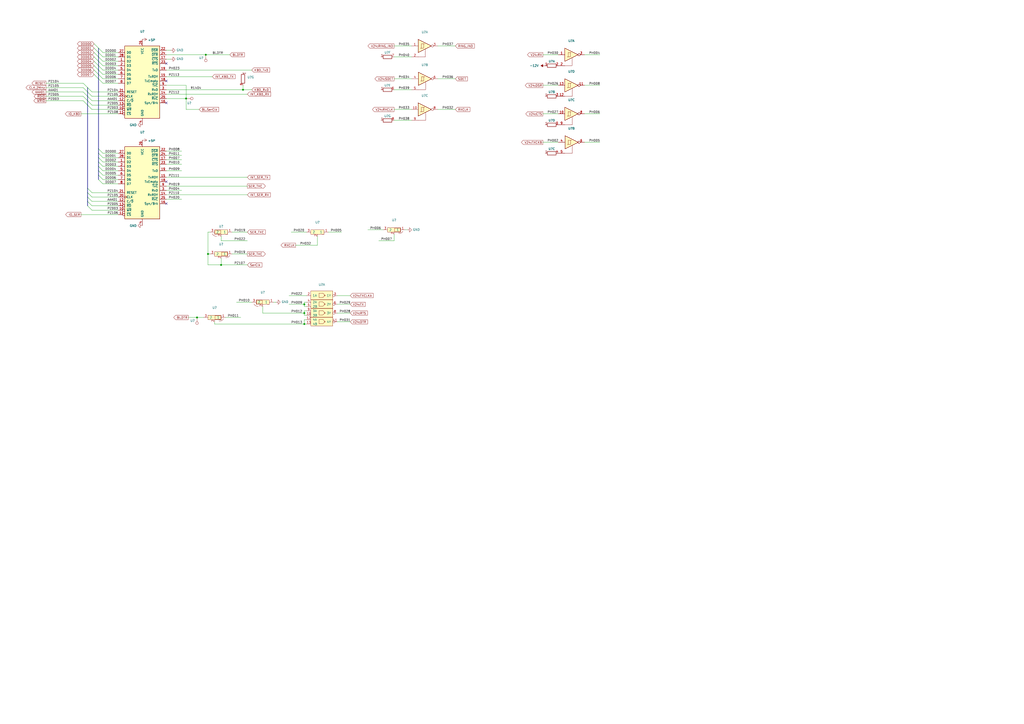
<source format=kicad_sch>
(kicad_sch (version 20220820) (generator eeschema)
  (paper "A2")
  (title_block (title "08 Serial"))
  (lib_symbols
    (symbol "Connector:TestPoint" (pin_numbers hide) (pin_names (offset 0.762) hide)
      (property "Reference" "TP" (at 0 6.858 0))
      (property "Value" "TestPoint" (at 0 5.08 0))
      (symbol "TestPoint_0_1"
        (circle (center 0 3.302) (radius 0.762))
      )
      (symbol "TestPoint_1_1"
        (pin passive line (at 0 0 90) (length 2.54) (name "1") (number "1"))
      )
    )
    (symbol "Device:R_Network07_Split" (pin_names (offset 0) hide)
      (property "Reference" "RN" (at 2.032 0 90))
      (property "Value" "R_Network07_Split" (at 0 0 90))
      (symbol "R_Network07_Split_0_1"
        (rectangle (start 1.016 2.54) (end -1.016 -2.54) (stroke (width 0.254)))
      )
      (symbol "R_Network07_Split_1_1"
        (pin passive line (at 0 3.81 270) (length 1.27) (name "R1.1") (number "1"))
        (pin passive line (at 0 -3.81 90) (length 1.27) (name "R1.2") (number "2"))
      )
      (symbol "R_Network07_Split_2_1"
        (polyline (pts (xy 0 2.54) (xy 0 3.81)))
        (text "1" (at 0.889 3.175 900) (effects (font (size 1.27 1.27))))
        (pin passive line (at 0 -3.81 90) (length 1.27) (name "R2.2") (number "3"))
      )
      (symbol "R_Network07_Split_3_1"
        (polyline (pts (xy 0 2.54) (xy 0 3.81)))
        (text "1" (at 0.889 3.175 900) (effects (font (size 1.27 1.27))))
        (pin passive line (at 0 -3.81 90) (length 1.27) (name "R3.2") (number "4"))
      )
      (symbol "R_Network07_Split_4_1"
        (polyline (pts (xy 0 2.54) (xy 0 3.81)))
        (text "1" (at 0.889 3.175 900) (effects (font (size 1.27 1.27))))
        (pin passive line (at 0 -3.81 90) (length 1.27) (name "R4.2") (number "5"))
      )
      (symbol "R_Network07_Split_5_1"
        (polyline (pts (xy 0 2.54) (xy 0 3.81)))
        (text "1" (at 0.889 3.175 900) (effects (font (size 1.27 1.27))))
        (pin passive line (at 0 -3.81 90) (length 1.27) (name "R5.2") (number "6"))
      )
      (symbol "R_Network07_Split_6_1"
        (polyline (pts (xy 0 2.54) (xy 0 3.81)))
        (text "1" (at 0.889 3.175 900) (effects (font (size 1.27 1.27))))
        (pin passive line (at 0 -3.81 90) (length 1.27) (name "R6.2") (number "7"))
      )
      (symbol "R_Network07_Split_7_1"
        (polyline (pts (xy 0 2.54) (xy 0 3.81)))
        (text "1" (at 0.889 3.175 900) (effects (font (size 1.27 1.27))))
        (pin passive line (at 0 -3.81 90) (length 1.27) (name "R7.2") (number "8"))
      )
    )
    (symbol "LOET.DE:75188" (pin_names (offset 1.016))
      (property "Reference" "U" (at -0.127 21.082 0))
      (property "Value" "LOET.DE_75188" (at -0.127 18.542 0))
      (symbol "75188_1_1"
        (rectangle (start -6.35 0.127) (end 6.35 -4.953) (fill (type background)))
        (rectangle (start -6.35 5.207) (end 6.35 0.127) (fill (type background)))
        (rectangle (start -6.35 10.287) (end 6.35 5.207) (fill (type background)))
        (rectangle (start -6.35 15.367) (end 6.35 10.287) (fill (type background)))
        (polyline (pts (xy 0.2032 -1.143) (xy -1.6256 -1.143) (xy -1.6256 -3.683) (xy 0.1778 -3.683)))
        (polyline (pts (xy 0.2032 3.937) (xy -1.6256 3.937) (xy -1.6256 1.397) (xy 0.1778 1.397)))
        (polyline (pts (xy 0.2032 9.017) (xy -1.6256 9.017) (xy -1.6256 6.477) (xy 0.1778 6.477)))
        (polyline (pts (xy 0.2032 14.097) (xy -1.6256 14.097) (xy -1.6256 11.557) (xy 0.1778 11.557)))
        (arc (start 0.1778 -3.683) (mid 1.4423 -2.413) (end 0.1778 -1.143))
        (arc (start 0.1778 1.397) (mid 1.4423 2.667) (end 0.1778 3.937))
        (arc (start 0.1778 6.477) (mid 1.4423 7.747) (end 0.1778 9.017))
        (arc (start 0.1778 11.557) (mid 1.4423 12.827) (end 0.1778 14.097))
        (circle (center 1.778 -2.4638) (radius 0.254) (stroke (width 0.1524)))
        (circle (center 1.778 2.6162) (radius 0.254) (stroke (width 0.1524)))
        (circle (center 1.778 7.6962) (radius 0.254) (stroke (width 0.1524)))
        (circle (center 1.778 12.7762) (radius 0.254) (stroke (width 0.1524)))
        (pin input line (at -8.89 1.27 0) (length 2.54) (name "3B") (number "10"))
        (pin output inverted (at 8.89 -2.54 180) (length 2.54) (name "4Y") (number "11"))
        (pin input line (at -8.89 -1.27 0) (length 2.54) (name "4A") (number "12"))
        (pin input line (at -8.89 -3.81 0) (length 2.54) (name "4B") (number "13"))
        (pin input line (at -8.89 12.7 0) (length 2.54) (name "1A") (number "2"))
        (pin output inverted (at 8.89 12.7 180) (length 2.54) (name "1Y") (number "3"))
        (pin input line (at -8.89 8.89 0) (length 2.54) (name "2A") (number "4"))
        (pin input line (at -8.89 6.35 0) (length 2.54) (name "2B") (number "5"))
        (pin output inverted (at 8.89 7.62 180) (length 2.54) (name "2Y") (number "6"))
        (pin output inverted (at 8.89 2.54 180) (length 2.54) (name "3Y") (number "8"))
        (pin input line (at -8.89 3.81 0) (length 2.54) (name "3A") (number "9"))
      )
      (symbol "75188_2_1"
        (rectangle (start -5.08 5.08) (end 5.08 -10.16) (stroke (width 0.254)) (fill (type background)))
        (pin power_in line (at 2.54 7.62 270) (length 2.54) (name "VCC-") (number "1"))
        (pin power_in line (at -2.54 7.62 270) (length 2.54) (name "VCC+") (number "14"))
        (pin power_in line (at 0 -12.7 90) (length 2.54) (name "GND") (number "7"))
      )
    )
    (symbol "LOET.DE:75189" (pin_names (offset 1.016))
      (property "Reference" "U" (at 7.493 3.302 0))
      (property "Value" "LOET.DE_75189" (at 1.397 0.762 0))
      (symbol "75189_1_1"
        (polyline (pts (xy 3.683 -6.35) (xy 8.001 -6.35) (xy 8.001 -1.651)))
        (polyline (pts (xy 5.715 -1.27) (xy 5.715 1.27) (xy 6.985 1.27)))
        (polyline (pts (xy 3.81 3.81) (xy 3.81 -3.81) (xy 11.43 0) (xy 3.81 3.81)) (stroke (width 0.254)) (fill (type background)))
        (polyline (pts (xy 5.08 -1.27) (xy 6.985 -1.27) (xy 6.985 1.27) (xy 7.62 1.27)))
        (pin input line (at 0 0 0) (length 3.81) (name "~") (number "1"))
        (pin input line (at 0 -6.35 0) (length 3.81) (name "~") (number "2"))
        (pin output inverted (at 15.24 0 180) (length 3.81) (name "~") (number "3"))
      )
      (symbol "75189_2_1"
        (polyline (pts (xy 3.81 -6.35) (xy 8.128 -6.35) (xy 8.128 -1.651)))
        (polyline (pts (xy 5.842 -1.27) (xy 5.842 1.27) (xy 7.112 1.27)))
        (polyline (pts (xy 3.937 3.81) (xy 3.937 -3.81) (xy 11.557 0) (xy 3.937 3.81)) (stroke (width 0.254)) (fill (type background)))
        (polyline (pts (xy 5.207 -1.27) (xy 7.112 -1.27) (xy 7.112 1.27) (xy 7.747 1.27)))
        (pin input line (at 0 0 0) (length 3.81) (name "~") (number "4"))
        (pin input line (at 0 -6.35 0) (length 3.81) (name "~") (number "5"))
        (pin output inverted (at 15.24 0 180) (length 3.81) (name "~") (number "6"))
      )
      (symbol "75189_3_1"
        (polyline (pts (xy 3.81 -6.35) (xy 8.128 -6.35) (xy 8.128 -1.651)))
        (polyline (pts (xy 5.715 -1.27) (xy 5.715 1.27) (xy 6.985 1.27)))
        (polyline (pts (xy 3.81 3.81) (xy 3.81 -3.81) (xy 11.43 0) (xy 3.81 3.81)) (stroke (width 0.254)) (fill (type background)))
        (polyline (pts (xy 5.08 -1.27) (xy 6.985 -1.27) (xy 6.985 1.27) (xy 7.62 1.27)))
        (pin input line (at 0 0 0) (length 3.81) (name "~") (number "10"))
        (pin output inverted (at 15.24 0 180) (length 3.81) (name "~") (number "8"))
        (pin input line (at 0 -6.35 0) (length 3.81) (name "~") (number "9"))
      )
      (symbol "75189_4_1"
        (polyline (pts (xy 3.81 -6.35) (xy 8.128 -6.35) (xy 8.128 -1.651)))
        (polyline (pts (xy 5.715 -1.27) (xy 5.715 1.27) (xy 6.985 1.27)))
        (polyline (pts (xy 3.81 3.81) (xy 3.81 -3.81) (xy 11.43 0) (xy 3.81 3.81)) (stroke (width 0.254)) (fill (type background)))
        (polyline (pts (xy 5.08 -1.27) (xy 6.985 -1.27) (xy 6.985 1.27) (xy 7.62 1.27)))
        (pin output inverted (at 15.24 0 180) (length 3.81) (name "~") (number "11"))
        (pin input line (at 0 -6.35 0) (length 3.81) (name "~") (number "12"))
        (pin input line (at 0 0 0) (length 3.81) (name "~") (number "13"))
      )
      (symbol "75189_5_1"
        (rectangle (start -5.08 -2.54) (end 5.08 -17.78) (stroke (width 0.254)) (fill (type background)))
        (pin power_in line (at 0 0 270) (length 2.54) (name "VCC") (number "14"))
        (pin power_in line (at 0 -20.32 90) (length 2.54) (name "GND") (number "7"))
      )
    )
    (symbol "LOET.DE:8251" (pin_names (offset 1.016))
      (property "Reference" "U" (at -8.89 22.86 0))
      (property "Value" "LOET.DE_8251" (at 6.35 22.86 0))
      (symbol "8251_1_1"
        (rectangle (start -10.16 -20.32) (end 10.16 21.59) (stroke (width 0.254)) (fill (type background)))
        (pin bidirectional line (at -13.97 12.7 0) (length 3.81) (name "D2") (number "1"))
        (pin input inverted (at -13.97 -15.24 0) (length 3.81) (name "~{WR}") (number "10"))
        (pin input inverted (at -13.97 -17.78 0) (length 3.81) (name "~{CS}") (number "11"))
        (pin input line (at -13.97 -10.16 0) (length 3.81) (name "C/~{D}") (number "12"))
        (pin input inverted (at -13.97 -12.7 0) (length 3.81) (name "~{RD}") (number "13"))
        (pin output line (at 13.97 -6.35 180) (length 3.81) (name "RxRDY") (number "14"))
        (pin output line (at 13.97 3.81 180) (length 3.81) (name "TxRDY") (number "15"))
        (pin bidirectional line (at 13.97 -11.43 180) (length 3.81) (name "Syn/Brk") (number "16"))
        (pin input line (at 13.97 13.97 180) (length 3.81) (name "~{CTS}") (number "17"))
        (pin output line (at 13.97 1.27 180) (length 3.81) (name "TxEmpty") (number "18"))
        (pin output line (at 13.97 7.62 180) (length 3.81) (name "TxD") (number "19"))
        (pin bidirectional line (at -13.97 10.16 0) (length 3.81) (name "D3") (number "2"))
        (pin input clock (at -13.97 -7.62 0) (length 3.81) (name "CLK") (number "20"))
        (pin input line (at -13.97 -5.08 0) (length 3.81) (name "RESET") (number "21"))
        (pin input line (at 13.97 19.05 180) (length 3.81) (name "~{DSR}") (number "22"))
        (pin output line (at 13.97 11.43 180) (length 3.81) (name "~{RTS}") (number "23"))
        (pin output line (at 13.97 16.51 180) (length 3.81) (name "~{DTR}") (number "24"))
        (pin input line (at 13.97 -8.89 180) (length 3.81) (name "~{RxC}") (number "25"))
        (pin power_in line (at 0 25.4 270) (length 3.81) (name "VCC") (number "26"))
        (pin bidirectional line (at -13.97 17.78 0) (length 3.81) (name "D0") (number "27"))
        (pin bidirectional line (at -13.97 15.24 0) (length 3.81) (name "D1") (number "28"))
        (pin input line (at 13.97 -3.81 180) (length 3.81) (name "RxD") (number "3"))
        (pin power_in line (at 0 -24.13 90) (length 3.81) (name "GND") (number "4"))
        (pin bidirectional line (at -13.97 7.62 0) (length 3.81) (name "D4") (number "5"))
        (pin bidirectional line (at -13.97 5.08 0) (length 3.81) (name "D5") (number "6"))
        (pin bidirectional line (at -13.97 2.54 0) (length 3.81) (name "D6") (number "7"))
        (pin bidirectional line (at -13.97 0 0) (length 3.81) (name "D7") (number "8"))
        (pin input line (at 13.97 -1.27 180) (length 3.81) (name "~{TxC}") (number "9"))
      )
    )
    (symbol "LOET.DE:M20-Jumper" (pin_names (offset 1.016))
      (property "Reference" "JP" (at 0 2.54 0))
      (symbol "M20-Jumper_0_1"
        (rectangle (start 3.81 -1.27) (end 2.54 -1.27))
        (rectangle (start 3.81 1.27) (end -3.81 -1.27) (fill (type background)))
      )
      (symbol "M20-Jumper_1_1"
        (pin passive line (at 6.35 0 180) (length 2.54) (name "1") (number "1"))
        (pin passive line (at 0 -2.54 90) (length 1.1938) (name "~") (number "2"))
        (pin passive line (at -6.35 0 0) (length 2.54) (name "2") (number "3"))
      )
    )
    (symbol "LOET.DE:M20-Jumper.1" (pin_names (offset 1.016))
      (property "Reference" "JP" (at 0 2.54 0))
      (symbol "M20-Jumper.1_0_1"
        (rectangle (start 0.254 1.016) (end 3.556 -1.016))
        (arc (start 2.54 -2.032) (mid 4.0399 -1.8568) (end 5.08 -0.762))
        (rectangle (start 3.81 -1.27) (end 2.54 -1.27))
        (rectangle (start 3.81 1.27) (end -3.81 -1.27) (fill (type background)))
      )
      (symbol "M20-Jumper.1_1_1"
        (pin bidirectional line (at 6.35 0 180) (length 2.54) (name "1") (number "1"))
        (pin bidirectional line (at 0 -2.54 90) (length 1.1938) (name "~") (number "2"))
        (pin bidirectional line (at -6.35 0 0) (length 2.54) (name "2") (number "3"))
      )
    )
    (symbol "LOET.DE:M20-Jumper.2" (pin_names (offset 1.016))
      (property "Reference" "JP" (at 0 2.54 0))
      (symbol "M20-Jumper.2_0_1"
        (arc (start -5.08 -1.016) (mid -4.0399 -2.1108) (end -2.54 -2.286))
        (rectangle (start -0.254 -1.016) (end -3.556 1.016))
        (rectangle (start 3.81 -1.27) (end 2.54 -1.27))
        (rectangle (start 3.81 1.27) (end -3.81 -1.27) (fill (type background)))
      )
      (symbol "M20-Jumper.2_1_1"
        (pin input line (at 6.35 0 180) (length 2.54) (name "1") (number "1"))
        (pin output line (at 0 -2.54 90) (length 1.1938) (name "~") (number "2"))
        (pin input line (at -6.35 0 0) (length 2.54) (name "2") (number "3"))
      )
    )
    (symbol "power:+5P" (power) (pin_names (offset 0))
      (property "Value" "+5P" (at 0 3.556 0))
      (symbol "+5P_0_1"
        (polyline (pts (xy -0.762 1.27) (xy 0 2.54)))
        (polyline (pts (xy 0 0) (xy 0 2.54)))
        (polyline (pts (xy 0 2.54) (xy 0.762 1.27)))
      )
      (symbol "+5P_1_1"
        (pin power_in line (at 0 0 90) (length 0) hide (name "+5P") (number "1"))
      )
    )
    (symbol "power:-12V" (power) (pin_names (offset 0))
      (property "Value" "-12V" (at 0 3.81 0))
      (symbol "-12V_0_0"
        (pin power_in line (at 0 0 90) (length 0) hide (name "-12V") (number "1"))
      )
      (symbol "-12V_0_1"
        (polyline (pts (xy 0 0) (xy 0 1.27) (xy 0.762 1.27) (xy 0 2.54) (xy -0.762 1.27) (xy 0 1.27)) (fill (type outline)))
      )
    )
    (symbol "power:GND" (power) (pin_names (offset 0))
      (property "Value" "GND" (at 0 -3.81 0))
      (symbol "GND_0_1"
        (polyline (pts (xy 0 0) (xy 0 -1.27) (xy 1.27 -1.27) (xy 0 -2.54) (xy -1.27 -1.27) (xy 0 -1.27)))
      )
      (symbol "GND_1_1"
        (pin power_in line (at 0 0 270) (length 0) hide (name "GND") (number "1"))
      )
    )
  )
  (junction (at 176.53 176.53))
  (junction (at 119.38 31.75))
  (junction (at 114.3 184.15))
  (junction (at 176.53 187.96))
  (junction (at 140.97 52.07))
  (junction (at 120.65 147.32))
  (junction (at 107.95 57.15))
  (junction (at 128.27 153.67))
  (junction (at 176.53 181.61))
  (no_connect (at 96.52 118.11))
  (no_connect (at 96.52 59.69))
  (no_connect (at 96.52 36.83))
  (no_connect (at 96.52 105.41))
  (no_connect (at 96.52 46.99))
  (bus_entry (at 50.8 58.42) (size 2.54 2.54))
  (bus_entry (at 57.15 33.02) (size 2.54 2.54))
  (bus_entry (at 57.15 45.72) (size 2.54 2.54))
  (bus_entry (at 57.15 43.18) (size 2.54 2.54))
  (bus_entry (at 54.61 33.02) (size 2.54 2.54))
  (bus_entry (at 50.8 50.8) (size 2.54 2.54))
  (bus_entry (at 57.15 40.64) (size 2.54 2.54))
  (bus_entry (at 57.15 30.48) (size 2.54 2.54))
  (bus_entry (at 57.15 101.6) (size 2.54 2.54))
  (bus_entry (at 50.8 109.22) (size 2.54 2.54))
  (bus_entry (at 57.15 38.1) (size 2.54 2.54))
  (bus_entry (at 54.61 40.64) (size 2.54 2.54))
  (bus_entry (at 50.8 119.38) (size 2.54 2.54))
  (bus_entry (at 54.61 43.18) (size 2.54 2.54))
  (bus_entry (at 54.61 35.56) (size 2.54 2.54))
  (bus_entry (at 50.8 60.96) (size 2.54 2.54))
  (bus_entry (at 50.8 111.76) (size 2.54 2.54))
  (bus_entry (at 57.15 86.36) (size 2.54 2.54))
  (bus_entry (at 57.15 27.94) (size 2.54 2.54))
  (bus_entry (at 57.15 88.9) (size 2.54 2.54))
  (bus_entry (at 54.61 38.1) (size 2.54 2.54))
  (bus_entry (at 54.61 30.48) (size 2.54 2.54))
  (bus_entry (at 57.15 93.98) (size 2.54 2.54))
  (bus_entry (at 50.8 53.34) (size 2.54 2.54))
  (bus_entry (at 50.8 55.88) (size 2.54 2.54))
  (bus_entry (at 48.26 53.34) (size 2.54 2.54))
  (bus_entry (at 54.61 25.4) (size 2.54 2.54))
  (bus_entry (at 50.8 114.3) (size 2.54 2.54))
  (bus_entry (at 54.61 27.94) (size 2.54 2.54))
  (bus_entry (at 48.26 48.26) (size 2.54 2.54))
  (bus_entry (at 50.8 116.84) (size 2.54 2.54))
  (bus_entry (at 57.15 91.44) (size 2.54 2.54))
  (bus_entry (at 48.26 58.42) (size 2.54 2.54))
  (bus_entry (at 48.26 50.8) (size 2.54 2.54))
  (bus_entry (at 57.15 99.06) (size 2.54 2.54))
  (bus_entry (at 57.15 104.14) (size 2.54 2.54))
  (bus_entry (at 48.26 55.88) (size 2.54 2.54))
  (bus_entry (at 57.15 96.52) (size 2.54 2.54))
  (bus_entry (at 57.15 35.56) (size 2.54 2.54))
  (bus (pts (xy 57.15 96.52) (xy 57.15 99.06)))
  (wire (pts (xy 53.34 60.96) (xy 68.58 60.96)))
  (wire (pts (xy 176.53 180.34) (xy 176.53 181.61)))
  (wire (pts (xy 107.95 57.15) (xy 96.52 57.15)))
  (wire (pts (xy 109.22 184.15) (xy 114.3 184.15)))
  (wire (pts (xy 228.6 45.72) (xy 238.76 45.72)))
  (wire (pts (xy 96.52 54.61) (xy 143.51 54.61)))
  (wire (pts (xy 314.96 49.53) (xy 323.85 49.53)))
  (wire (pts (xy 114.3 184.15) (xy 118.11 184.15)))
  (wire (pts (xy 96.52 31.75) (xy 119.38 31.75)))
  (wire (pts (xy 96.52 102.87) (xy 143.51 102.87)))
  (bus (pts (xy 57.15 43.18) (xy 57.15 45.72)))
  (bus (pts (xy 50.8 50.8) (xy 50.8 53.34)))
  (wire (pts (xy 68.58 104.14) (xy 59.69 104.14)))
  (wire (pts (xy 53.34 119.38) (xy 68.58 119.38)))
  (wire (pts (xy 68.58 101.6) (xy 59.69 101.6)))
  (wire (pts (xy 171.45 142.24) (xy 184.15 142.24)))
  (bus (pts (xy 57.15 38.1) (xy 57.15 40.64)))
  (wire (pts (xy 120.65 147.32) (xy 120.65 153.67)))
  (wire (pts (xy 68.58 48.26) (xy 59.69 48.26)))
  (wire (pts (xy 158.75 175.26) (xy 160.02 175.26)))
  (bus (pts (xy 57.15 33.02) (xy 57.15 35.56)))
  (wire (pts (xy 26.67 58.42) (xy 48.26 58.42)))
  (wire (pts (xy 121.92 134.62) (xy 120.65 134.62)))
  (wire (pts (xy 228.6 33.02) (xy 238.76 33.02)))
  (wire (pts (xy 254 45.72) (xy 264.16 45.72)))
  (wire (pts (xy 96.52 115.57) (xy 105.41 115.57)))
  (wire (pts (xy 314.96 82.55) (xy 323.85 82.55)))
  (wire (pts (xy 96.52 90.17) (xy 105.41 90.17)))
  (wire (pts (xy 128.27 137.16) (xy 128.27 139.7)))
  (wire (pts (xy 339.09 31.75) (xy 347.98 31.75)))
  (wire (pts (xy 120.65 147.32) (xy 121.92 147.32)))
  (wire (pts (xy 68.58 63.5) (xy 53.34 63.5)))
  (wire (pts (xy 213.36 133.35) (xy 222.25 133.35)))
  (bus (pts (xy 57.15 40.64) (xy 57.15 43.18)))
  (wire (pts (xy 195.58 186.69) (xy 203.2 186.69)))
  (bus (pts (xy 50.8 116.84) (xy 50.8 119.38)))
  (wire (pts (xy 115.57 63.5) (xy 107.95 63.5)))
  (bus (pts (xy 57.15 91.44) (xy 57.15 93.98)))
  (wire (pts (xy 128.27 149.86) (xy 128.27 153.67)))
  (wire (pts (xy 176.53 187.96) (xy 177.8 187.96)))
  (bus (pts (xy 57.15 101.6) (xy 57.15 104.14)))
  (wire (pts (xy 68.58 91.44) (xy 59.69 91.44)))
  (wire (pts (xy 228.6 52.07) (xy 238.76 52.07)))
  (wire (pts (xy 68.58 40.64) (xy 59.69 40.64)))
  (wire (pts (xy 26.67 53.34) (xy 48.26 53.34)))
  (wire (pts (xy 195.58 171.45) (xy 203.2 171.45)))
  (wire (pts (xy 140.97 49.53) (xy 140.97 52.07)))
  (wire (pts (xy 168.91 134.62) (xy 177.8 134.62)))
  (wire (pts (xy 195.58 181.61) (xy 203.2 181.61)))
  (wire (pts (xy 134.62 147.32) (xy 143.51 147.32)))
  (wire (pts (xy 68.58 45.72) (xy 59.69 45.72)))
  (wire (pts (xy 339.09 66.04) (xy 347.98 66.04)))
  (bus (pts (xy 57.15 88.9) (xy 57.15 91.44)))
  (wire (pts (xy 146.05 52.07) (xy 140.97 52.07)))
  (wire (pts (xy 219.71 139.7) (xy 228.6 139.7)))
  (wire (pts (xy 176.53 176.53) (xy 176.53 177.8)))
  (bus (pts (xy 50.8 60.96) (xy 50.8 109.22)))
  (wire (pts (xy 96.52 92.71) (xy 105.41 92.71)))
  (wire (pts (xy 195.58 176.53) (xy 203.2 176.53)))
  (wire (pts (xy 228.6 69.85) (xy 238.76 69.85)))
  (wire (pts (xy 137.16 175.26) (xy 146.05 175.26)))
  (wire (pts (xy 68.58 30.48) (xy 59.69 30.48)))
  (bus (pts (xy 50.8 114.3) (xy 50.8 116.84)))
  (wire (pts (xy 68.58 88.9) (xy 59.69 88.9)))
  (wire (pts (xy 228.6 26.67) (xy 238.76 26.67)))
  (wire (pts (xy 68.58 106.68) (xy 59.69 106.68)))
  (bus (pts (xy 50.8 111.76) (xy 50.8 114.3)))
  (bus (pts (xy 57.15 45.72) (xy 57.15 86.36)))
  (wire (pts (xy 177.8 175.26) (xy 176.53 175.26)))
  (wire (pts (xy 167.64 176.53) (xy 176.53 176.53)))
  (wire (pts (xy 53.34 111.76) (xy 68.58 111.76)))
  (wire (pts (xy 26.67 48.26) (xy 48.26 48.26)))
  (wire (pts (xy 119.38 31.75) (xy 133.35 31.75)))
  (bus (pts (xy 50.8 55.88) (xy 50.8 58.42)))
  (bus (pts (xy 57.15 99.06) (xy 57.15 101.6)))
  (wire (pts (xy 68.58 96.52) (xy 59.69 96.52)))
  (bus (pts (xy 50.8 53.34) (xy 50.8 55.88)))
  (wire (pts (xy 190.5 134.62) (xy 198.12 134.62)))
  (wire (pts (xy 68.58 38.1) (xy 59.69 38.1)))
  (wire (pts (xy 124.46 186.69) (xy 124.46 187.96)))
  (wire (pts (xy 184.15 142.24) (xy 184.15 137.16)))
  (bus (pts (xy 57.15 30.48) (xy 57.15 33.02)))
  (wire (pts (xy 96.52 95.25) (xy 105.41 95.25)))
  (wire (pts (xy 68.58 43.18) (xy 59.69 43.18)))
  (wire (pts (xy 134.62 134.62) (xy 143.51 134.62)))
  (wire (pts (xy 96.52 34.29) (xy 99.06 34.29)))
  (wire (pts (xy 314.96 66.04) (xy 323.85 66.04)))
  (wire (pts (xy 53.34 114.3) (xy 68.58 114.3)))
  (wire (pts (xy 96.52 40.64) (xy 146.05 40.64)))
  (wire (pts (xy 130.81 184.15) (xy 139.7 184.15)))
  (wire (pts (xy 176.53 175.26) (xy 176.53 176.53)))
  (wire (pts (xy 96.52 87.63) (xy 105.41 87.63)))
  (wire (pts (xy 176.53 181.61) (xy 152.4 181.61)))
  (wire (pts (xy 53.34 121.92) (xy 68.58 121.92)))
  (wire (pts (xy 68.58 93.98) (xy 59.69 93.98)))
  (wire (pts (xy 96.52 49.53) (xy 107.95 49.53)))
  (wire (pts (xy 167.64 171.45) (xy 177.8 171.45)))
  (wire (pts (xy 177.8 185.42) (xy 176.53 185.42)))
  (wire (pts (xy 128.27 139.7) (xy 143.51 139.7)))
  (wire (pts (xy 107.95 49.53) (xy 107.95 57.15)))
  (wire (pts (xy 53.34 116.84) (xy 68.58 116.84)))
  (wire (pts (xy 176.53 181.61) (xy 176.53 182.88)))
  (wire (pts (xy 68.58 33.02) (xy 59.69 33.02)))
  (wire (pts (xy 339.09 49.53) (xy 347.98 49.53)))
  (wire (pts (xy 53.34 55.88) (xy 68.58 55.88)))
  (wire (pts (xy 339.09 82.55) (xy 347.98 82.55)))
  (wire (pts (xy 96.52 110.49) (xy 105.41 110.49)))
  (wire (pts (xy 120.65 153.67) (xy 128.27 153.67)))
  (wire (pts (xy 68.58 53.34) (xy 53.34 53.34)))
  (wire (pts (xy 68.58 35.56) (xy 59.69 35.56)))
  (wire (pts (xy 96.52 113.03) (xy 143.51 113.03)))
  (wire (pts (xy 26.67 50.8) (xy 48.26 50.8)))
  (wire (pts (xy 26.67 55.88) (xy 48.26 55.88)))
  (wire (pts (xy 107.95 57.15) (xy 107.95 63.5)))
  (wire (pts (xy 228.6 63.5) (xy 238.76 63.5)))
  (wire (pts (xy 254 63.5) (xy 264.16 63.5)))
  (wire (pts (xy 96.52 52.07) (xy 140.97 52.07)))
  (wire (pts (xy 177.8 180.34) (xy 176.53 180.34)))
  (bus (pts (xy 57.15 93.98) (xy 57.15 96.52)))
  (bus (pts (xy 50.8 58.42) (xy 50.8 60.96)))
  (wire (pts (xy 53.34 58.42) (xy 68.58 58.42)))
  (wire (pts (xy 124.46 187.96) (xy 176.53 187.96)))
  (bus (pts (xy 57.15 86.36) (xy 57.15 88.9)))
  (wire (pts (xy 176.53 177.8) (xy 177.8 177.8)))
  (wire (pts (xy 254 26.67) (xy 264.16 26.67)))
  (wire (pts (xy 96.52 107.95) (xy 143.51 107.95)))
  (wire (pts (xy 234.95 133.35) (xy 236.22 133.35)))
  (wire (pts (xy 96.52 44.45) (xy 123.19 44.45)))
  (wire (pts (xy 176.53 185.42) (xy 176.53 187.96)))
  (wire (pts (xy 96.52 99.06) (xy 105.41 99.06)))
  (wire (pts (xy 68.58 99.06) (xy 59.69 99.06)))
  (bus (pts (xy 50.8 109.22) (xy 50.8 111.76)))
  (wire (pts (xy 228.6 139.7) (xy 228.6 135.89)))
  (wire (pts (xy 128.27 153.67) (xy 143.51 153.67)))
  (wire (pts (xy 46.99 66.04) (xy 68.58 66.04)))
  (bus (pts (xy 57.15 27.94) (xy 57.15 30.48)))
  (wire (pts (xy 46.99 124.46) (xy 68.58 124.46)))
  (wire (pts (xy 120.65 134.62) (xy 120.65 147.32)))
  (wire (pts (xy 96.52 29.21) (xy 99.06 29.21)))
  (wire (pts (xy 314.96 31.75) (xy 323.85 31.75)))
  (bus (pts (xy 57.15 35.56) (xy 57.15 38.1)))
  (wire (pts (xy 152.4 181.61) (xy 152.4 177.8)))
  (wire (pts (xy 176.53 182.88) (xy 177.8 182.88)))
  (label "PH008" (at 341.63 49.53 0))
  (label "PH039" (at 231.14 52.07 0))
  (label "PH031" (at 196.85 186.69 0))
  (label "PZ110" (at 97.79 113.03 0))
  (label "DDD05" (at 60.96 43.18 0))
  (label "PH011" (at 97.79 90.17 0))
  (label "PH011" (at 132.08 184.15 0))
  (label "PH030" (at 317.5 31.75 0))
  (label "DDD00" (at 60.96 30.48 0))
  (label "DDD07" (at 60.96 106.68 0))
  (label "PZ005" (at 27.94 55.88 0))
  (label "PZ003" (at 62.23 63.5 0))
  (label "PH019" (at 97.79 107.95 0))
  (label "PH020" (at 170.18 134.62 0))
  (label "PH006" (at 214.63 133.35 0))
  (label "PZ104" (at 62.23 111.76 0))
  (label "PH022" (at 168.91 171.45 0))
  (label "PZ107" (at 135.89 153.67 0))
  (label "DDD06" (at 60.96 104.14 0))
  (label "Bl.DTR" (at 123.19 31.75 0))
  (label "PH032" (at 256.54 63.5 0))
  (label "PH009" (at 97.79 99.06 0))
  (label "PH019" (at 135.89 147.32 0))
  (label "PZ106" (at 68.58 124.46 180))
  (label "PZ111" (at 97.79 102.87 0))
  (label "PH009" (at 168.91 176.53 0))
  (label "PH032" (at 173.99 142.24 0))
  (label "PZ105" (at 62.23 114.3 0))
  (label "R1404" (at 110.49 52.07 0))
  (label "PZ104" (at 62.23 53.34 0))
  (label "PH033" (at 231.14 63.5 0))
  (label "PH038" (at 231.14 69.85 0))
  (label "DDD03" (at 60.96 38.1 0))
  (label "DDD04" (at 60.96 40.64 0))
  (label "PH004" (at 341.63 31.75 0))
  (label "PZ112" (at 97.79 54.61 0))
  (label "PZ003" (at 27.94 58.42 0))
  (label "PH035" (at 231.14 26.67 0))
  (label "DDD03" (at 60.96 96.52 0))
  (label "DDD01" (at 60.96 33.02 0))
  (label "DDD01" (at 60.96 91.44 0))
  (label "DDD07" (at 60.96 48.26 0))
  (label "DDD04" (at 60.96 99.06 0))
  (label "PH027" (at 317.5 66.04 0))
  (label "PZ113" (at 97.79 44.45 0))
  (label "PZ005" (at 62.23 119.38 0))
  (label "PH029" (at 196.85 176.53 0))
  (label "PZ108" (at 68.58 66.04 180))
  (label "PH005" (at 341.63 82.55 0))
  (label "PZ105" (at 62.23 55.88 0))
  (label "PH007" (at 97.79 92.71 0))
  (label "PH006" (at 341.63 66.04 0))
  (label "PH010" (at 97.79 95.25 0))
  (label "PH037" (at 256.54 26.67 0))
  (label "PH040" (at 231.14 33.02 0))
  (label "PZ005" (at 62.23 60.96 0))
  (label "AAA01" (at 62.23 116.84 0))
  (label "PH007" (at 220.98 139.7 0))
  (label "PH023" (at 97.79 40.64 0))
  (label "PH005" (at 191.77 134.62 0))
  (label "PH012" (at 168.91 181.61 0))
  (label "PH022" (at 135.89 139.7 0))
  (label "PH034" (at 231.14 45.72 0))
  (label "PH026" (at 317.5 49.53 0))
  (label "PH020" (at 97.79 115.57 0))
  (label "DDD00" (at 60.96 88.9 0))
  (label "AAA01" (at 62.23 58.42 0))
  (label "PH019" (at 135.89 134.62 0))
  (label "PH013" (at 168.91 187.96 0))
  (label "PH008" (at 97.79 87.63 0))
  (label "DDD02" (at 60.96 93.98 0))
  (label "DDD05" (at 60.96 101.6 0))
  (label "PZ105" (at 27.94 50.8 0))
  (label "DDD02" (at 60.96 35.56 0))
  (label "AAA01" (at 27.94 53.34 0))
  (label "DDD06" (at 60.96 45.72 0))
  (label "PH028" (at 196.85 181.61 0))
  (label "PH004" (at 97.79 110.49 0))
  (label "PH036" (at 256.54 45.72 0))
  (label "PZ003" (at 62.23 121.92 0))
  (label "PH002" (at 317.5 82.55 0))
  (label "PH010" (at 138.43 175.26 0))
  (label "PZ104" (at 27.94 48.26 0))
  (global_label "RESET" (shape output) (at 26.67 48.26 180) (property "Intersheetrefs" "${INTERSHEET_REFS}" (at 0 0 0)))
  (global_label "V24:CTS" (shape output) (at 314.96 66.04 180) (property "Intersheetrefs" "${INTERSHEET_REFS}" (at 0 0 0)))
  (global_label "SER_TXC" (shape output) (at 143.51 147.32 0) (property "Intersheetrefs" "${INTERSHEET_REFS}" (at 0 0 0)))
  (global_label "DDD03" (shape bidirectional) (at 54.61 33.02 180) (property "Intersheetrefs" "${INTERSHEET_REFS}" (at 0 0 0)))
  (global_label "SER_TXC" (shape output) (at 143.51 107.95 0) (property "Intersheetrefs" "${INTERSHEET_REFS}" (at 0 0 0)))
  (global_label "~{WRIO}" (shape output) (at 26.67 58.42 180) (property "Intersheetrefs" "${INTERSHEET_REFS}" (at 0 0 0)))
  (global_label "V24:DTR" (shape input) (at 203.2 186.69 0) (property "Intersheetrefs" "${INTERSHEET_REFS}" (at 0 0 0)))
  (global_label "V24:RING_IND" (shape output) (at 228.6 26.67 180) (property "Intersheetrefs" "${INTERSHEET_REFS}" (at 0 0 0)))
  (global_label "V24:RX" (shape output) (at 314.96 31.75 180) (property "Intersheetrefs" "${INTERSHEET_REFS}" (at 0 0 0)))
  (global_label "DDD05" (shape bidirectional) (at 54.61 38.1 180) (property "Intersheetrefs" "${INTERSHEET_REFS}" (at 0 0 0)))
  (global_label "BL.SerClk" (shape input) (at 115.57 63.5 0) (property "Intersheetrefs" "${INTERSHEET_REFS}" (at 0 0 0)))
  (global_label "V24:SDET" (shape output) (at 228.6 45.72 180) (property "Intersheetrefs" "${INTERSHEET_REFS}" (at 0 0 0)))
  (global_label "RXCLK" (shape output) (at 171.45 142.24 180) (property "Intersheetrefs" "${INTERSHEET_REFS}" (at 0 0 0)))
  (global_label "DDD00" (shape bidirectional) (at 54.61 25.4 180) (property "Intersheetrefs" "${INTERSHEET_REFS}" (at 0 0 0)))
  (global_label "CLK.2MHz" (shape output) (at 26.67 50.8 180) (property "Intersheetrefs" "${INTERSHEET_REFS}" (at 0 0 0)))
  (global_label "DDD02" (shape bidirectional) (at 54.61 30.48 180) (property "Intersheetrefs" "${INTERSHEET_REFS}" (at 0 0 0)))
  (global_label "RXCLK" (shape input) (at 264.16 63.5 0) (property "Intersheetrefs" "${INTERSHEET_REFS}" (at 0 0 0)))
  (global_label "INT_SER_TX" (shape input) (at 143.51 102.87 0) (property "Intersheetrefs" "${INTERSHEET_REFS}" (at 0 0 0)))
  (global_label "V24:TX" (shape input) (at 203.2 176.53 0) (property "Intersheetrefs" "${INTERSHEET_REFS}" (at 0 0 0)))
  (global_label "V24:TXCKB" (shape output) (at 314.96 82.55 180) (property "Intersheetrefs" "${INTERSHEET_REFS}" (at 0 0 0)))
  (global_label "DDD07" (shape bidirectional) (at 54.61 43.18 180) (property "Intersheetrefs" "${INTERSHEET_REFS}" (at 0 0 0)))
  (global_label "INT_KBD_TX" (shape input) (at 123.19 44.45 0) (property "Intersheetrefs" "${INTERSHEET_REFS}" (at 0 0 0)))
  (global_label "AAA01" (shape output) (at 26.67 53.34 180) (property "Intersheetrefs" "${INTERSHEET_REFS}" (at 0 0 0)))
  (global_label "Bl.DTR" (shape output) (at 109.22 184.15 180) (property "Intersheetrefs" "${INTERSHEET_REFS}" (at 0 0 0)))
  (global_label "IO_SER" (shape output) (at 46.99 124.46 180) (property "Intersheetrefs" "${INTERSHEET_REFS}" (at 0 0 0)))
  (global_label "V24:RTS" (shape input) (at 203.2 181.61 0) (property "Intersheetrefs" "${INTERSHEET_REFS}" (at 0 0 0)))
  (global_label "RING_IND" (shape input) (at 264.16 26.67 0) (property "Intersheetrefs" "${INTERSHEET_REFS}" (at 0 0 0)))
  (global_label "SDET" (shape input) (at 264.16 45.72 0) (property "Intersheetrefs" "${INTERSHEET_REFS}" (at 0 0 0)))
  (global_label "IO_KBD" (shape output) (at 46.99 66.04 180) (property "Intersheetrefs" "${INTERSHEET_REFS}" (at 0 0 0)))
  (global_label "INT_SER_RX" (shape input) (at 143.51 113.03 0) (property "Intersheetrefs" "${INTERSHEET_REFS}" (at 0 0 0)))
  (global_label "V24:RXCLK" (shape output) (at 228.6 63.5 180) (property "Intersheetrefs" "${INTERSHEET_REFS}" (at 0 0 0)))
  (global_label "V24:DSR" (shape output) (at 314.96 49.53 180) (property "Intersheetrefs" "${INTERSHEET_REFS}" (at 0 0 0)))
  (global_label "~{RDIO}" (shape output) (at 26.67 55.88 180) (property "Intersheetrefs" "${INTERSHEET_REFS}" (at 0 0 0)))
  (global_label "INT_KBD_RX" (shape input) (at 143.51 54.61 0) (property "Intersheetrefs" "${INTERSHEET_REFS}" (at 0 0 0)))
  (global_label "Bl.DTR" (shape input) (at 133.35 31.75 0) (property "Intersheetrefs" "${INTERSHEET_REFS}" (at 0 0 0)))
  (global_label "DDD01" (shape bidirectional) (at 54.61 27.94 180) (property "Intersheetrefs" "${INTERSHEET_REFS}" (at 0 0 0)))
  (global_label "DDD04" (shape bidirectional) (at 54.61 35.56 180) (property "Intersheetrefs" "${INTERSHEET_REFS}" (at 0 0 0)))
  (global_label "KBD_TxD" (shape input) (at 146.05 40.64 0) (property "Intersheetrefs" "${INTERSHEET_REFS}" (at 0 0 0)))
  (global_label "SerClk" (shape input) (at 143.51 153.67 0) (property "Intersheetrefs" "${INTERSHEET_REFS}" (at 0 0 0)))
  (global_label "KBD_RxD" (shape input) (at 146.05 52.07 0) (property "Intersheetrefs" "${INTERSHEET_REFS}" (at 0 0 0)))
  (global_label "V24:TXCLKA" (shape input) (at 203.2 171.45 0) (property "Intersheetrefs" "${INTERSHEET_REFS}" (at 0 0 0)))
  (global_label "DDD06" (shape bidirectional) (at 54.61 40.64 180) (property "Intersheetrefs" "${INTERSHEET_REFS}" (at 0 0 0)))
  (global_label "SER_TXC" (shape input) (at 143.51 134.62 0) (property "Intersheetrefs" "${INTERSHEET_REFS}" (at 0 0 0)))
  (symbol (lib_id "Device:R_Network07_Split") (at 140.97 45.72 0) (unit 7)
    (default_instance (reference "") (unit 1) (value "") (footprint ""))
    (property "Datasheet" "http://www.vishay.com/docs/31509/csc.pdf" (effects hide))
  )
  (symbol (lib_id "Connector:TestPoint") (at 119.38 31.75 180) (unit 1)
    (default_instance (reference "") (unit 1) (value "") (footprint ""))
  )
  (symbol (lib_id "Connector:TestPoint") (at 107.95 57.15 270) (unit 1)
    (default_instance (reference "") (unit 1) (value "") (footprint ""))
  )
  (symbol (lib_id "power:GND") (at 99.06 29.21 90) (unit 1)
    (default_instance (reference "") (unit 1) (value "") (footprint ""))
  )
  (symbol (lib_id "power:GND") (at 99.06 34.29 90) (unit 1)
    (default_instance (reference "") (unit 1) (value "") (footprint ""))
  )
  (symbol (lib_id "LOET.DE:8251") (at 82.55 48.26 0) (unit 1)
    (default_instance (reference "") (unit 1) (value "") (footprint ""))
  )
  (symbol (lib_id "LOET.DE:8251") (at 82.55 106.68 0) (unit 1)
    (default_instance (reference "") (unit 1) (value "") (footprint ""))
  )
  (symbol (lib_id "power:GND") (at 82.55 130.81 270) (unit 1)
    (default_instance (reference "") (unit 1) (value "") (footprint ""))
  )
  (symbol (lib_id "power:GND") (at 82.55 72.39 270) (unit 1)
    (default_instance (reference "") (unit 1) (value "") (footprint ""))
  )
  (symbol (lib_id "power:+5P") (at 82.55 22.86 270) (unit 1)
    (default_instance (reference "") (unit 1) (value "") (footprint ""))
  )
  (symbol (lib_id "power:+5P") (at 82.55 81.28 270) (unit 1)
    (default_instance (reference "") (unit 1) (value "") (footprint ""))
  )
  (symbol (lib_id "LOET.DE:M20-Jumper.1") (at 124.46 184.15 0) (unit 1)
    (default_instance (reference "") (unit 1) (value "") (footprint ""))
  )
  (symbol (lib_id "LOET.DE:M20-Jumper.2") (at 152.4 175.26 0) (unit 1)
    (default_instance (reference "") (unit 1) (value "") (footprint ""))
  )
  (symbol (lib_id "Connector:TestPoint") (at 114.3 184.15 180) (unit 1)
    (default_instance (reference "") (unit 1) (value "") (footprint ""))
  )
  (symbol (lib_id "LOET.DE:75189") (at 323.85 31.75 0) (unit 1)
    (default_instance (reference "") (unit 1) (value "") (footprint ""))
  )
  (symbol (lib_id "LOET.DE:M20-Jumper.2") (at 128.27 134.62 0) (unit 1)
    (default_instance (reference "") (unit 1) (value "") (footprint ""))
  )
  (symbol (lib_id "LOET.DE:M20-Jumper.1") (at 128.27 147.32 0) (unit 1)
    (default_instance (reference "") (unit 1) (value "") (footprint ""))
  )
  (symbol (lib_id "LOET.DE:M20-Jumper.1") (at 228.6 133.35 0) (unit 1)
    (default_instance (reference "") (unit 1) (value "") (footprint ""))
  )
  (symbol (lib_id "LOET.DE:M20-Jumper") (at 184.15 134.62 0) (unit 1)
    (default_instance (reference "") (unit 1) (value "") (footprint ""))
  )
  (symbol (lib_id "LOET.DE:75189") (at 323.85 49.53 0) (unit 4)
    (default_instance (reference "") (unit 1) (value "") (footprint ""))
  )
  (symbol (lib_id "LOET.DE:75188") (at 186.69 184.15 0) (unit 1)
    (default_instance (reference "") (unit 1) (value "") (footprint ""))
  )
  (symbol (lib_id "LOET.DE:75189") (at 238.76 63.5 0) (unit 3)
    (default_instance (reference "") (unit 1) (value "") (footprint ""))
  )
  (symbol (lib_id "Device:R_Network07_Split") (at 224.79 69.85 90) (unit 7)
    (default_instance (reference "") (unit 1) (value "") (footprint ""))
    (property "Datasheet" "http://www.vishay.com/docs/31509/csc.pdf" (effects hide))
  )
  (symbol (lib_id "LOET.DE:75189") (at 323.85 66.04 0) (unit 3)
    (default_instance (reference "") (unit 1) (value "") (footprint ""))
  )
  (symbol (lib_id "LOET.DE:75189") (at 323.85 82.55 0) (unit 2)
    (default_instance (reference "") (unit 1) (value "") (footprint ""))
  )
  (symbol (lib_id "LOET.DE:75189") (at 238.76 26.67 0) (unit 1)
    (default_instance (reference "") (unit 1) (value "") (footprint ""))
  )
  (symbol (lib_id "LOET.DE:75189") (at 238.76 45.72 0) (unit 2)
    (default_instance (reference "") (unit 1) (value "") (footprint ""))
  )
  (symbol (lib_id "power:GND") (at 236.22 133.35 90) (unit 1)
    (default_instance (reference "") (unit 1) (value "") (footprint ""))
  )
  (symbol (lib_id "power:GND") (at 160.02 175.26 90) (unit 1)
    (default_instance (reference "") (unit 1) (value "") (footprint ""))
  )
  (symbol (lib_id "Device:R_Network07_Split") (at 224.79 33.02 90) (unit 6)
    (default_instance (reference "") (unit 1) (value "") (footprint ""))
    (property "Datasheet" "http://www.vishay.com/docs/31509/csc.pdf" (effects hide))
  )
  (symbol (lib_id "Device:R_Network07_Split") (at 320.04 88.9 90) (unit 3)
    (default_instance (reference "") (unit 1) (value "") (footprint ""))
    (property "Datasheet" "http://www.vishay.com/docs/31509/csc.pdf" (effects hide))
  )
  (symbol (lib_id "Device:R_Network07_Split") (at 224.79 52.07 90) (unit 5)
    (default_instance (reference "") (unit 1) (value "") (footprint ""))
    (property "Datasheet" "http://www.vishay.com/docs/31509/csc.pdf" (effects hide))
  )
  (symbol (lib_id "Device:R_Network07_Split") (at 320.04 72.39 90) (unit 4)
    (default_instance (reference "") (unit 1) (value "") (footprint ""))
    (property "Datasheet" "http://www.vishay.com/docs/31509/csc.pdf" (effects hide))
  )
  (symbol (lib_id "Device:R_Network07_Split") (at 320.04 55.88 90) (unit 2)
    (default_instance (reference "") (unit 1) (value "") (footprint ""))
    (property "Datasheet" "http://www.vishay.com/docs/31509/csc.pdf" (effects hide))
  )
  (symbol (lib_id "power:-12V") (at 316.23 38.1 90) (unit 1)
    (default_instance (reference "") (unit 1) (value "") (footprint ""))
  )
  (symbol (lib_id "Device:R_Network07_Split") (at 320.04 38.1 90) (unit 1)
    (default_instance (reference "") (unit 1) (value "") (footprint ""))
    (property "Datasheet" "http://www.vishay.com/docs/31509/csc.pdf" (effects hide))
  )
)
</source>
